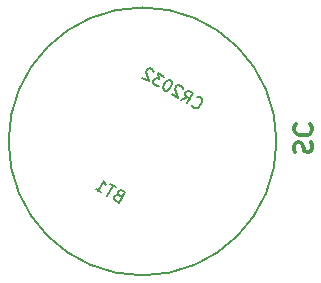
<source format=gbo>
G04 (created by PCBNEW (2013-07-07 BZR 4022)-stable) date 24/01/2014 12:39:24 p.m.*
%MOIN*%
G04 Gerber Fmt 3.4, Leading zero omitted, Abs format*
%FSLAX34Y34*%
G01*
G70*
G90*
G04 APERTURE LIST*
%ADD10C,0.00590551*%
%ADD11C,0.011811*%
G04 APERTURE END LIST*
G54D10*
G54D11*
X74589Y-58114D02*
X74560Y-58029D01*
X74560Y-57889D01*
X74589Y-57832D01*
X74617Y-57804D01*
X74673Y-57776D01*
X74729Y-57776D01*
X74785Y-57804D01*
X74814Y-57832D01*
X74842Y-57889D01*
X74870Y-58001D01*
X74898Y-58057D01*
X74926Y-58085D01*
X74982Y-58114D01*
X75039Y-58114D01*
X75095Y-58085D01*
X75123Y-58057D01*
X75151Y-58001D01*
X75151Y-57860D01*
X75123Y-57776D01*
X74617Y-57185D02*
X74589Y-57214D01*
X74560Y-57298D01*
X74560Y-57354D01*
X74589Y-57439D01*
X74645Y-57495D01*
X74701Y-57523D01*
X74814Y-57551D01*
X74898Y-57551D01*
X75010Y-57523D01*
X75067Y-57495D01*
X75123Y-57439D01*
X75151Y-57354D01*
X75151Y-57298D01*
X75123Y-57214D01*
X75095Y-57185D01*
G54D10*
X73965Y-57750D02*
G75*
G03X73965Y-57750I-4465J0D01*
G74*
G01*
X68704Y-59546D02*
X68646Y-59534D01*
X68621Y-59541D01*
X68586Y-59564D01*
X68557Y-59612D01*
X68555Y-59654D01*
X68562Y-59680D01*
X68585Y-59715D01*
X68715Y-59790D01*
X68912Y-59449D01*
X68798Y-59383D01*
X68756Y-59381D01*
X68731Y-59388D01*
X68696Y-59411D01*
X68677Y-59443D01*
X68674Y-59485D01*
X68681Y-59511D01*
X68704Y-59546D01*
X68818Y-59611D01*
X68619Y-59280D02*
X68425Y-59168D01*
X68325Y-59565D02*
X68522Y-59224D01*
X67935Y-59340D02*
X68130Y-59452D01*
X68033Y-59396D02*
X68230Y-59055D01*
X68234Y-59123D01*
X68248Y-59174D01*
X68271Y-59209D01*
X71153Y-56535D02*
X71160Y-56561D01*
X71199Y-56605D01*
X71232Y-56624D01*
X71290Y-56636D01*
X71341Y-56622D01*
X71376Y-56599D01*
X71430Y-56544D01*
X71458Y-56495D01*
X71479Y-56421D01*
X71482Y-56379D01*
X71468Y-56328D01*
X71428Y-56283D01*
X71396Y-56264D01*
X71338Y-56253D01*
X71312Y-56259D01*
X70793Y-56371D02*
X71001Y-56274D01*
X70988Y-56484D02*
X71185Y-56143D01*
X71055Y-56068D01*
X71013Y-56065D01*
X70988Y-56072D01*
X70953Y-56095D01*
X70924Y-56144D01*
X70922Y-56186D01*
X70929Y-56211D01*
X70952Y-56246D01*
X71082Y-56321D01*
X70841Y-55988D02*
X70835Y-55962D01*
X70812Y-55927D01*
X70730Y-55880D01*
X70688Y-55878D01*
X70663Y-55884D01*
X70628Y-55908D01*
X70609Y-55940D01*
X70597Y-55998D01*
X70680Y-56305D01*
X70469Y-56184D01*
X70454Y-55721D02*
X70422Y-55702D01*
X70380Y-55700D01*
X70354Y-55706D01*
X70319Y-55729D01*
X70266Y-55785D01*
X70219Y-55866D01*
X70198Y-55941D01*
X70195Y-55982D01*
X70202Y-56008D01*
X70225Y-56043D01*
X70257Y-56062D01*
X70299Y-56064D01*
X70325Y-56057D01*
X70360Y-56034D01*
X70414Y-55979D01*
X70461Y-55898D01*
X70482Y-55823D01*
X70484Y-55781D01*
X70477Y-55756D01*
X70454Y-55721D01*
X70227Y-55590D02*
X70016Y-55468D01*
X70055Y-55663D01*
X70006Y-55635D01*
X69964Y-55633D01*
X69938Y-55639D01*
X69903Y-55662D01*
X69857Y-55744D01*
X69854Y-55786D01*
X69861Y-55811D01*
X69884Y-55846D01*
X69981Y-55902D01*
X70023Y-55905D01*
X70049Y-55898D01*
X69867Y-55425D02*
X69860Y-55400D01*
X69837Y-55365D01*
X69756Y-55318D01*
X69714Y-55315D01*
X69689Y-55322D01*
X69654Y-55345D01*
X69635Y-55378D01*
X69623Y-55436D01*
X69705Y-55743D01*
X69494Y-55621D01*
M02*

</source>
